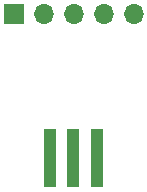
<source format=gbr>
%TF.GenerationSoftware,KiCad,Pcbnew,8.99.0-unknown-079855af18~181~ubuntu22.04.1*%
%TF.CreationDate,2024-11-15T17:57:23-08:00*%
%TF.ProjectId,gb_video_breakout,67625f76-6964-4656-9f5f-627265616b6f,rev?*%
%TF.SameCoordinates,Original*%
%TF.FileFunction,Soldermask,Bot*%
%TF.FilePolarity,Negative*%
%FSLAX46Y46*%
G04 Gerber Fmt 4.6, Leading zero omitted, Abs format (unit mm)*
G04 Created by KiCad (PCBNEW 8.99.0-unknown-079855af18~181~ubuntu22.04.1) date 2024-11-15 17:57:23*
%MOMM*%
%LPD*%
G01*
G04 APERTURE LIST*
%ADD10R,1.700000X1.700000*%
%ADD11O,1.700000X1.700000*%
%ADD12R,1.000000X5.000000*%
G04 APERTURE END LIST*
D10*
%TO.C,J1*%
X139425000Y-81850000D03*
D11*
X141965000Y-81850000D03*
X144505000Y-81850000D03*
X147045000Y-81850000D03*
X149585000Y-81850000D03*
%TD*%
D12*
%TO.C,GB1*%
X142500000Y-94000000D03*
X144500000Y-94000000D03*
X146500000Y-94000000D03*
%TD*%
M02*

</source>
